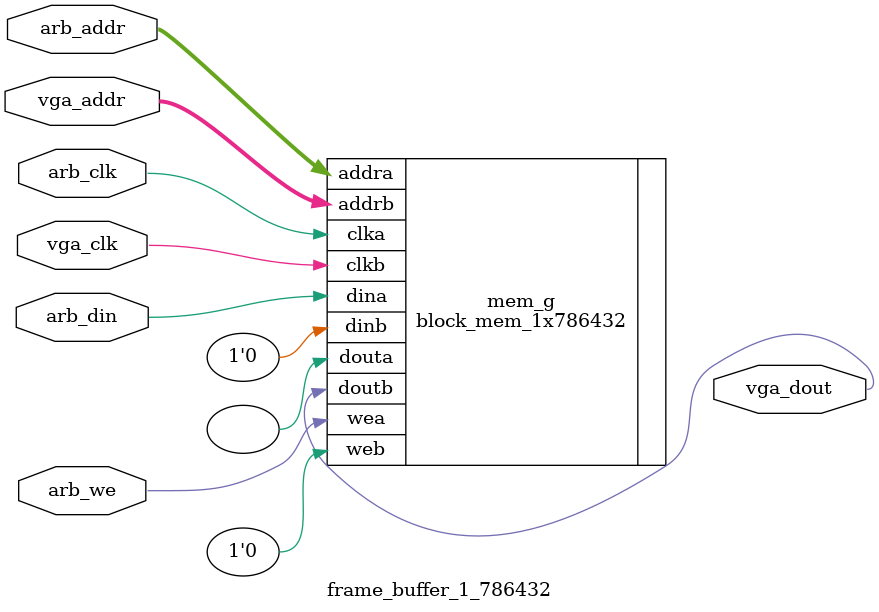
<source format=v>
module frame_buffer_1_786432(
    // arbiter/CPU
    input arb_we,
    input arb_clk,
    input arb_din,
    input [19:0] arb_addr,

    // video controller
    input vga_clk,
    output vga_dout,
    input [19:0] vga_addr
);

    block_mem_1x786432 mem_g (
        .clka(arb_clk),
        .wea(arb_we),
        .addra(arb_addr),
        .dina(arb_din),
        .douta(),
        .clkb(vga_clk),
        .web(1'b0),
        .addrb(vga_addr),
        .dinb(1'b0),
        .doutb(vga_dout)
    );

endmodule

</source>
